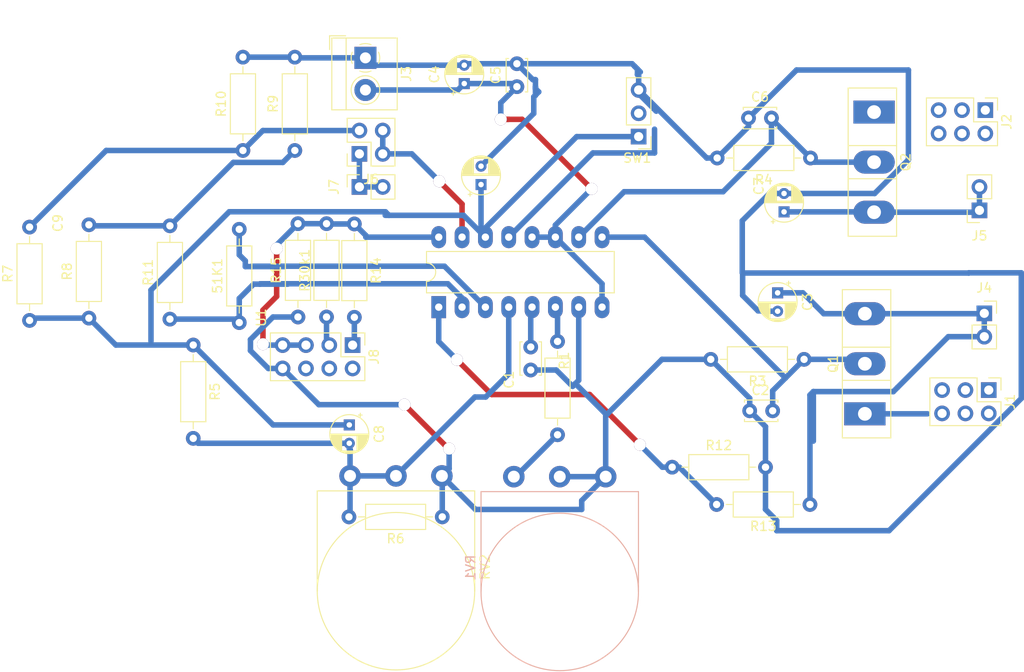
<source format=kicad_pcb>
(kicad_pcb (version 20240108) (generator "pcbnew") (generator_version "8.0")
  (layers (0 "F.Cu" signal) (31 "B.Cu" signal) (34 "B.Paste" user) (35 "F.Paste" user) (36 "B.SilkS" user "B.Silkscreen") (37 "F.SilkS" user "F.Silkscreen") (38 "B.Mask" user) (39 "F.Mask" user) (44 "Edge.Cuts" user))
  (net 0 "")
  (net 1 "1IN-")
  (net 2 "FB")
  (net 3 "CT")
  (net 4 "GNDREF")
  (net 5 "E1")
  (net 6 "OUTV1")
  (net 7 "VCC")
  (net 8 "E2")
  (net 9 "Net-(J5-Pin_1)")
  (net 10 "VREF")
  (net 11 "DTC")
  (net 12 "Net-(J6-Pin_1)")
  (net 13 "Net-(J6-Pin_3)")
  (net 14 "2IN-")
  (net 15 "Net-(J1-Pin_a1)")
  (net 16 "Net-(J2-Pin_a1)")
  (net 17 "Net-(R1-Pad2)")
  (net 18 "RT")
  (net 19 "Net-(R11-Pad2)")
  (net 20 "1IN+")
  (net 21 "Net-(J8-Pin_1)")
  (net 22 "2IN+")
  (net 23 "Net-(J8-Pin_3)")
  (net 24 "10VIN")
  (net 25 "xVIN")
  (net 26 "5VIN")
  (net 27 "CTRL")
  (footprint "Resistor_THT:R_Axial_DIN0207_L6.3mm_D2.5mm_P10.16mm_Horizontal" (layer "F.Cu") (at 89.52 70.98 90)
    (property "Reference" "R8" (at 5.08 -2.37 90) (layer "F.SilkS"))
    (property "Value" "5.1k")
    (pad "1" thru_hole circle (at 0 0 90) (size 1.6 1.6) (drill 0.8) (layers "*.Cu" "*.Mask") (net 10 "VREF"))
    (pad "2" thru_hole oval (at 10.16 0 90) (size 1.6 1.6) (drill 0.8) (layers "*.Cu" "*.Mask") (net 19 "Net-(R11-Pad2)"))
  )
  (footprint "Potentiometer_THT:Potentiometer_Omeg_PC16BU_Vertical" (layer "F.Cu") (at 117.95 88.16 -90)
    (property "Reference" "RV2" (at 9.915 -14.7 90) (layer "F.SilkS"))
    (property "Value" "100k")
    (pad "1" thru_hole circle (at 0 0 270) (size 2.34 2.34) (drill 1.3) (layers "*.Cu" "*.Mask") (net 11 "DTC"))
    (pad "2" thru_hole circle (at 0 -5 270) (size 2.34 2.34) (drill 1.3) (layers "*.Cu" "*.Mask") (net 11 "DTC"))
    (pad "3" thru_hole circle (at 0 -10 270) (size 2.34 2.34) (drill 1.3) (layers "*.Cu" "*.Mask") (net 4 "GNDREF"))
  )
  (footprint "Resistor_THT:R_Axial_DIN0207_L6.3mm_D2.5mm_P10.16mm_Horizontal" (layer "F.Cu") (at 106.29 52.73 90)
    (property "Reference" "R10" (at 5.08 -2.37 90) (layer "F.SilkS"))
    (property "Value" "1k")
    (pad "1" thru_hole circle (at 0 0 90) (size 1.6 1.6) (drill 0.8) (layers "*.Cu" "*.Mask") (net 13 "Net-(J6-Pin_3)"))
    (pad "2" thru_hole oval (at 10.16 0 90) (size 1.6 1.6) (drill 0.8) (layers "*.Cu" "*.Mask") (net 4 "GNDREF"))
  )
  (footprint "Resistor_THT:R_Axial_DIN0207_L6.3mm_D2.5mm_P10.16mm_Horizontal" (layer "F.Cu") (at 83.06 71.23 90)
    (property "Reference" "R7" (at 5.08 -2.37 90) (layer "F.SilkS"))
    (property "Value" "4k")
    (pad "1" thru_hole circle (at 0 0 90) (size 1.6 1.6) (drill 0.8) (layers "*.Cu" "*.Mask") (net 10 "VREF"))
    (pad "2" thru_hole oval (at 10.16 0 90) (size 1.6 1.6) (drill 0.8) (layers "*.Cu" "*.Mask") (net 13 "Net-(J6-Pin_3)"))
  )
  (footprint "Resistor_THT:R_Axial_DIN0207_L6.3mm_D2.5mm_P10.16mm_Horizontal" (layer "F.Cu") (at 167.38 75.47 180)
    (property "Reference" "R3" (at 5.08 -2.37 0) (layer "F.SilkS"))
    (property "Value" "68")
    (pad "1" thru_hole circle (at 0 0 180) (size 1.6 1.6) (drill 0.8) (layers "*.Cu" "*.Mask") (net 5 "E1"))
    (pad "2" thru_hole oval (at 10.16 0 180) (size 1.6 1.6) (drill 0.8) (layers "*.Cu" "*.Mask") (net 4 "GNDREF"))
  )
  (footprint "Resistor_THT:R_Axial_DIN0207_L6.3mm_D2.5mm_P10.16mm_Horizontal" (layer "F.Cu") (at 105.89 71.47 90)
    (property "Reference" "51K1" (at 5.08 -2.37 90) (layer "F.SilkS"))
    (property "Value" "510")
    (pad "1" thru_hole circle (at 0 0 90) (size 1.6 1.6) (drill 0.8) (layers "*.Cu" "*.Mask") (net 1 "1IN-"))
    (pad "2" thru_hole oval (at 10.16 0 90) (size 1.6 1.6) (drill 0.8) (layers "*.Cu" "*.Mask") (net 2 "FB"))
  )
  (footprint "Resistor_THT:R_Axial_DIN0207_L6.3mm_D2.5mm_P10.16mm_Horizontal" (layer "F.Cu") (at 118.42 60.73 -90)
    (property "Reference" "R14" (at 5.08 -2.37 90) (layer "F.SilkS"))
    (property "Value" "10k")
    (pad "1" thru_hole circle (at 0 0 270) (size 1.6 1.6) (drill 0.8) (layers "*.Cu" "*.Mask") (net 22 "2IN+"))
    (pad "2" thru_hole oval (at 10.16 0 270) (size 1.6 1.6) (drill 0.8) (layers "*.Cu" "*.Mask") (net 21 "Net-(J8-Pin_1)"))
  )
  (footprint "Capacitor_THT:CP_Radial_D4.0mm_P2.00mm" (layer "F.Cu") (at 117.87 82.607401 -90)
    (property "Reference" "C8" (at 1 -3.25 90) (layer "F.SilkS"))
    (property "Value" "100uF")
    (pad "1" thru_hole rect (at 0 0 270) (size 1.2 1.2) (drill 0.6) (layers "*.Cu" "*.Mask") (net 10 "VREF"))
    (pad "2" thru_hole circle (at 2 0 270) (size 1.2 1.2) (drill 0.6) (layers "*.Cu" "*.Mask") (net 11 "DTC"))
  )
  (footprint "Capacitor_THT:C_Disc_D3.4mm_W2.1mm_P2.50mm" (layer "F.Cu") (at 161.46 81.07)
    (property "Reference" "C2" (at 1.17 -2.23 180) (layer "F.SilkS"))
    (property "Value" "15pF")
    (pad "1" thru_hole circle (at 0 0) (size 1.6 1.6) (drill 0.8) (layers "*.Cu" "*.Mask") (net 4 "GNDREF"))
    (pad "2" thru_hole circle (at 2.5 0) (size 1.6 1.6) (drill 0.8) (layers "*.Cu" "*.Mask") (net 5 "E1"))
  )
  (footprint "Resistor_THT:R_Axial_DIN0207_L6.3mm_D2.5mm_P10.16mm_Horizontal" (layer "F.Cu") (at 127.99 92.62 180)
    (property "Reference" "R6" (at 5.08 -2.37 0) (layer "F.SilkS"))
    (property "Value" "1k")
    (pad "1" thru_hole circle (at 0 0 180) (size 1.6 1.6) (drill 0.8) (layers "*.Cu" "*.Mask") (net 4 "GNDREF"))
    (pad "2" thru_hole oval (at 10.16 0 180) (size 1.6 1.6) (drill 0.8) (layers "*.Cu" "*.Mask") (net 11 "DTC"))
  )
  (footprint "Capacitor_THT:CP_Radial_D4.0mm_P2.00mm" (layer "F.Cu") (at 130.385 45.4476 90)
    (property "Reference" "C4" (at 1 -3.25 90) (layer "F.SilkS"))
    (property "Value" "100uF")
    (pad "1" thru_hole rect (at 0 0 90) (size 1.2 1.2) (drill 0.6) (layers "*.Cu" "*.Mask") (net 7 "VCC"))
    (pad "2" thru_hole circle (at 2 0 90) (size 1.2 1.2) (drill 0.6) (layers "*.Cu" "*.Mask") (net 4 "GNDREF"))
  )
  (footprint "Capacitor_THT:CP_Radial_D4.0mm_P2.00mm" (layer "F.Cu") (at 164.5 68.23 -90)
    (property "Reference" "C3" (at 1 -3.25 90) (layer "F.SilkS"))
    (property "Value" "10uF")
    (pad "1" thru_hole rect (at 0 0 270) (size 1.2 1.2) (drill 0.6) (layers "*.Cu" "*.Mask") (net 6 "OUTV1"))
    (pad "2" thru_hole circle (at 2 0 270) (size 1.2 1.2) (drill 0.6) (layers "*.Cu" "*.Mask") (net 4 "GNDREF"))
  )
  (footprint "Capacitor_THT:C_Disc_D3.4mm_W2.1mm_P2.50mm" (layer "F.Cu") (at 136.115 45.785 90)
    (property "Reference" "C5" (at 1.25 -2.3 90) (layer "F.SilkS"))
    (property "Value" "10nF")
    (pad "1" thru_hole circle (at 0 0 90) (size 1.6 1.6) (drill 0.8) (layers "*.Cu" "*.Mask") (net 7 "VCC"))
    (pad "2" thru_hole circle (at 2.5 0 90) (size 1.6 1.6) (drill 0.8) (layers "*.Cu" "*.Mask") (net 4 "GNDREF"))
  )
  (footprint "Resistor_THT:R_Axial_DIN0207_L6.3mm_D2.5mm_P10.16mm_Horizontal" (layer "F.Cu") (at 168.08 53.55 180)
    (property "Reference" "R4" (at 5.08 -2.37 0) (layer "F.SilkS"))
    (property "Value" "68")
    (pad "1" thru_hole circle (at 0 0 180) (size 1.6 1.6) (drill 0.8) (layers "*.Cu" "*.Mask") (net 8 "E2"))
    (pad "2" thru_hole oval (at 10.16 0 180) (size 1.6 1.6) (drill 0.8) (layers "*.Cu" "*.Mask") (net 4 "GNDREF"))
  )
  (footprint "Connector_PinSocket_2.54mm:PinSocket_1x02_P2.54mm_Vertical" (layer "F.Cu") (at 118.97 56.7 90)
    (property "Reference" "J7" (at 0 -2.77 90) (layer "F.SilkS"))
    (property "Value" "Vout1")
    (pad "1" thru_hole rect (at 0 0 90) (size 1.7 1.7) (drill 1) (layers "*.Cu" "*.Mask") (net 12 "Net-(J6-Pin_1)"))
    (pad "2" thru_hole oval (at 0 2.54 90) (size 1.7 1.7) (drill 1) (layers "*.Cu" "*.Mask") (net 12 "Net-(J6-Pin_1)"))
  )
  (footprint "Connector_PinHeader_2.54mm:PinHeader_2x03_P2.54mm_Vertical" (layer "F.Cu") (at 187.485 78.815 -90)
    (property "Reference" "J1" (at 1.27 -2.33 90) (layer "F.SilkS"))
    (property "Value" "Jumper E1")
    (pad "1" thru_hole rect (at 0 0 270) (size 1.7 1.7) (drill 1) (layers "*.Cu" "*.Mask"))
    (pad "2" thru_hole oval (at 2.54 0 270) (size 1.7 1.7) (drill 1) (layers "*.Cu" "*.Mask"))
    (pad "3" thru_hole oval (at 0 2.54 270) (size 1.7 1.7) (drill 1) (layers "*.Cu" "*.Mask"))
    (pad "4" thru_hole oval (at 2.54 2.54 270) (size 1.7 1.7) (drill 1) (layers "*.Cu" "*.Mask"))
    (pad "5" thru_hole oval (at 0 5.08 270) (size 1.7 1.7) (drill 1) (layers "*.Cu" "*.Mask"))
    (pad "6" thru_hole oval (at 2.54 5.08 270) (size 1.7 1.7) (drill 1) (layers "*.Cu" "*.Mask"))
  )
  (footprint "Resistor_THT:R_Axial_DIN0207_L6.3mm_D2.5mm_P10.16mm_Horizontal" (layer "F.Cu") (at 98.34 71.09 90)
    (property "Reference" "R11" (at 5.08 -2.37 90) (layer "F.SilkS"))
    (property "Value" "510")
    (pad "1" thru_hole circle (at 0 0 90) (size 1.6 1.6) (drill 0.8) (layers "*.Cu" "*.Mask") (net 1 "1IN-"))
    (pad "2" thru_hole oval (at 10.16 0 90) (size 1.6 1.6) (drill 0.8) (layers "*.Cu" "*.Mask") (net 19 "Net-(R11-Pad2)"))
  )
  (footprint "Resistor_THT:R_Axial_DIN0207_L6.3mm_D2.5mm_P10.16mm_Horizontal" (layer "F.Cu") (at 100.88 73.91 -90)
    (property "Reference" "R5" (at 5.08 -2.37 90) (layer "F.SilkS"))
    (property "Value" "100k")
    (pad "1" thru_hole circle (at 0 0 270) (size 1.6 1.6) (drill 0.8) (layers "*.Cu" "*.Mask") (net 10 "VREF"))
    (pad "2" thru_hole oval (at 10.16 0 270) (size 1.6 1.6) (drill 0.8) (layers "*.Cu" "*.Mask") (net 11 "DTC"))
  )
  (footprint "Capacitor_THT:C_Disc_D3.4mm_W2.1mm_P2.50mm" (layer "F.Cu") (at 137.62 74.13 -90)
    (property "Reference" "C1" (at 3.56 2.36 90) (layer "F.SilkS"))
    (property "Value" "1uF")
    (pad "1" thru_hole circle (at 0 0 270) (size 1.6 1.6) (drill 0.8) (layers "*.Cu" "*.Mask") (net 3 "CT"))
    (pad "2" thru_hole circle (at 2.5 0 270) (size 1.6 1.6) (drill 0.8) (layers "*.Cu" "*.Mask") (net 4 "GNDREF"))
  )
  (footprint "Connector_PinSocket_2.54mm:PinSocket_1x02_P2.54mm_Vertical" (layer "F.Cu") (at 187 70.46)
    (property "Reference" "J4" (at 0 -2.77 0) (layer "F.SilkS"))
    (property "Value" "Vout1")
    (pad "1" thru_hole rect (at 0 0) (size 1.7 1.7) (drill 1) (layers "*.Cu" "*.Mask") (net 6 "OUTV1"))
    (pad "2" thru_hole oval (at 0 2.54) (size 1.7 1.7) (drill 1) (layers "*.Cu" "*.Mask") (net 6 "OUTV1"))
  )
  (footprint "Capacitor_THT:CP_Radial_D4.0mm_P2.00mm" (layer "F.Cu") (at 132.21 56.44 90)
    (property "Reference" "C9" (at -4.2 -46.065 90) (layer "F.SilkS"))
    (property "Value" "100uF")
    (pad "1" thru_hole rect (at 0 0 90) (size 1.2 1.2) (drill 0.6) (layers "*.Cu" "*.Mask") (net 10 "VREF"))
    (pad "2" thru_hole circle (at 2 0 90) (size 1.2 1.2) (drill 0.6) (layers "*.Cu" "*.Mask") (net 4 "GNDREF"))
  )
  (footprint "Capacitor_THT:CP_Radial_D4.0mm_P2.00mm" (layer "F.Cu") (at 165.2 59.4126 90)
    (property "Reference" "C7" (at 2.8 -2.74 90) (layer "F.SilkS"))
    (property "Value" "10uF")
    (pad "1" thru_hole rect (at 0 0 90) (size 1.2 1.2) (drill 0.6) (layers "*.Cu" "*.Mask") (net 9 "Net-(J5-Pin_1)"))
    (pad "2" thru_hole circle (at 2 0 90) (size 1.2 1.2) (drill 0.6) (layers "*.Cu" "*.Mask") (net 4 "GNDREF"))
  )
  (footprint "Connector_PinSocket_2.54mm:PinSocket_2x02_P2.54mm_Vertical" (layer "F.Cu") (at 118.97 53.1 180)
    (property "Reference" "J6" (at -1.27 -2.77 0) (layer "F.SilkS"))
    (property "Value" "Conn_02x02_Odd_Even")
    (pad "1" thru_hole rect (at 0 0 180) (size 1.7 1.7) (drill 1) (layers "*.Cu" "*.Mask") (net 12 "Net-(J6-Pin_1)"))
    (pad "2" thru_hole oval (at -2.54 0 180) (size 1.7 1.7) (drill 1) (layers "*.Cu" "*.Mask") (net 14 "2IN-"))
    (pad "3" thru_hole oval (at 0 2.54 180) (size 1.7 1.7) (drill 1) (layers "*.Cu" "*.Mask") (net 13 "Net-(J6-Pin_3)"))
    (pad "4" thru_hole oval (at -2.54 2.54 180) (size 1.7 1.7) (drill 1) (layers "*.Cu" "*.Mask") (net 14 "2IN-"))
  )
  (footprint "TerminalBlock_4Ucon:TerminalBlock_4Ucon_1x02_P3.50mm_Horizontal" (layer "F.Cu") (at 119.625 42.645 -90)
    (property "Reference" "J3" (at 1.75 -4.46 90) (layer "F.SilkS"))
    (property "Value" "+-")
    (pad "1" thru_hole rect (at 0 0 270) (size 2.4 2.4) (drill 1.2) (layers "*.Cu" "*.Mask") (net 4 "GNDREF"))
    (pad "2" thru_hole circle (at 3.5 0 270) (size 2.4 2.4) (drill 1.2) (layers "*.Cu" "*.Mask") (net 7 "VCC"))
  )
  (footprint "Connector_PinHeader_2.54mm:PinHeader_1x03_P2.54mm_Vertical" (layer "F.Cu") (at 149.37 51.22 180)
    (property "Reference" "SW1" (at 0.15 -2.33 0) (layer "F.SilkS"))
    (property "Value" "CTRL")
    (pad "1" thru_hole rect (at 0 0 180) (size 1.7 1.7) (drill 1) (layers "*.Cu" "*.Mask") (net 10 "VREF"))
    (pad "2" thru_hole oval (at 0 2.54 180) (size 1.7 1.7) (drill 1) (layers "*.Cu" "*.Mask") (net 27 "CTRL"))
    (pad "3" thru_hole oval (at 0 5.08 180) (size 1.7 1.7) (drill 1) (layers "*.Cu" "*.Mask") (net 4 "GNDREF"))
  )
  (footprint "Resistor_THT:R_Axial_DIN0207_L6.3mm_D2.5mm_P10.16mm_Horizontal" (layer "F.Cu") (at 115.39 70.86 90)
    (property "Reference" "R30k1" (at 5.08 -2.37 90) (layer "F.SilkS"))
    (property "Value" "4k")
    (pad "1" thru_hole circle (at 0 0 90) (size 1.6 1.6) (drill 0.8) (layers "*.Cu" "*.Mask") (net 23 "Net-(J8-Pin_3)"))
    (pad "2" thru_hole oval (at 10.16 0 90) (size 1.6 1.6) (drill 0.8) (layers "*.Cu" "*.Mask") (net 22 "2IN+"))
  )
  (footprint "Resistor_THT:R_Axial_DIN0207_L6.3mm_D2.5mm_P10.16mm_Horizontal" (layer "F.Cu") (at 168.02 91.27 180)
    (property "Reference" "R13" (at 5.08 -2.37 0) (layer "F.SilkS"))
    (property "Value" "50k")
    (pad "1" thru_hole circle (at 0 0 180) (size 1.6 1.6) (drill 0.8) (layers "*.Cu" "*.Mask") (net 6 "OUTV1"))
    (pad "2" thru_hole oval (at 10.16 0 180) (size 1.6 1.6) (drill 0.8) (layers "*.Cu" "*.Mask") (net 20 "1IN+"))
  )
  (footprint "Resistor_THT:R_Axial_DIN0207_L6.3mm_D2.5mm_P10.16mm_Horizontal" (layer "F.Cu") (at 140.54 73.52 -90)
    (property "Reference" "R1" (at 2.09 -0.73 90) (layer "F.SilkS"))
    (property "Value" "2k")
    (pad "1" thru_hole circle (at 0 0 270) (size 1.6 1.6) (drill 0.8) (layers "*.Cu" "*.Mask") (net 18 "RT"))
    (pad "2" thru_hole oval (at 10.16 0 270) (size 1.6 1.6) (drill 0.8) (layers "*.Cu" "*.Mask") (net 17 "Net-(R1-Pad2)"))
  )
  (footprint "Package_TO_SOT_THT:TO-247-3_Vertical" (layer "F.Cu") (at 174 81.4 90)
    (property "Reference" "Q1" (at 5.45 -3.45 90) (layer "F.SilkS"))
    (property "Value" "NMOS")
    (pad "1" thru_hole rect (at 0 0 90) (size 2.5 4.5) (drill 1.5) (layers "*.Cu" "*.Mask") (net 15 "Net-(J1-Pin_a1)"))
    (pad "2" thru_hole oval (at 5.45 0 90) (size 2.5 4.5) (drill 1.5) (layers "*.Cu" "*.Mask") (net 5 "E1"))
    (pad "3" thru_hole oval (at 10.9 0 90) (size 2.5 4.5) (drill 1.5) (layers "*.Cu" "*.Mask") (net 6 "OUTV1"))
  )
  (footprint "Connector_PinHeader_2.54mm:PinHeader_2x04_P2.54mm_Vertical" (layer "F.Cu") (at 118.23 73.92 -90)
    (property "Reference" "J8" (at 1.27 -2.33 90) (layer "F.SilkS"))
    (property "Value" "Conn_02x04_Odd_Even")
    (pad "1" thru_hole rect (at 0 0 270) (size 1.7 1.7) (drill 1) (layers "*.Cu" "*.Mask") (net 21 "Net-(J8-Pin_1)"))
    (pad "2" thru_hole oval (at 2.54 0 270) (size 1.7 1.7) (drill 1) (layers "*.Cu" "*.Mask") (net 26 "5VIN"))
    (pad "3" thru_hole oval (at 0 2.54 270) (size 1.7 1.7) (drill 1) (layers "*.Cu" "*.Mask") (net 23 "Net-(J8-Pin_3)"))
    (pad "4" thru_hole oval (at 2.54 2.54 270) (size 1.7 1.7) (drill 1) (layers "*.Cu" "*.Mask") (net 24 "10VIN"))
    (pad "5" thru_hole oval (at 0 5.08 270) (size 1.7 1.7) (drill 1) (layers "*.Cu" "*.Mask") (net 22 "2IN+"))
    (pad "6" thru_hole oval (at 2.54 5.08 270) (size 1.7 1.7) (drill 1) (layers "*.Cu" "*.Mask") (net 25 "xVIN"))
    (pad "7" thru_hole oval (at 0 7.62 270) (size 1.7 1.7) (drill 1) (layers "*.Cu" "*.Mask") (net 22 "2IN+"))
    (pad "8" thru_hole oval (at 2.54 7.62 270) (size 1.7 1.7) (drill 1) (layers "*.Cu" "*.Mask") (net 4 "GNDREF"))
  )
  (footprint "Package_TO_SOT_THT:TO-247-3_Vertical" (layer "F.Cu") (at 175 48.55 -90)
    (property "Reference" "Q2" (at 5.45 -3.45 90) (layer "F.SilkS"))
    (property "Value" "NMOS")
    (pad "1" thru_hole rect (at 0 0 270) (size 2.5 4.5) (drill 1.5) (layers "*.Cu" "*.Mask") (net 16 "Net-(J2-Pin_a1)"))
    (pad "2" thru_hole oval (at 5.45 0 270) (size 2.5 4.5) (drill 1.5) (layers "*.Cu" "*.Mask") (net 8 "E2"))
    (pad "3" thru_hole oval (at 10.9 0 270) (size 2.5 4.5) (drill 1.5) (layers "*.Cu" "*.Mask") (net 9 "Net-(J5-Pin_1)"))
  )
  (footprint "Package_DIP:DIP-16_W7.62mm_LongPads" (layer "F.Cu") (at 127.605 69.785 90)
    (property "Reference" "U1" (at -1.14 -19.32 90) (layer "F.SilkS"))
    (property "Value" "TL494")
    (pad "1" thru_hole rect (at 0 0 90) (size 2.4 1.6) (drill 0.8) (layers "*.Cu" "*.Mask") (net 20 "1IN+"))
    (pad "2" thru_hole oval (at 0 2.54 90) (size 2.4 1.6) (drill 0.8) (layers "*.Cu" "*.Mask") (net 1 "1IN-"))
    (pad "3" thru_hole oval (at 0 5.08 90) (size 2.4 1.6) (drill 0.8) (layers "*.Cu" "*.Mask") (net 2 "FB"))
    (pad "4" thru_hole oval (at 0 7.62 90) (size 2.4 1.6) (drill 0.8) (layers "*.Cu" "*.Mask") (net 11 "DTC"))
    (pad "5" thru_hole oval (at 0 10.16 90) (size 2.4 1.6) (drill 0.8) (layers "*.Cu" "*.Mask") (net 3 "CT"))
    (pad "6" thru_hole oval (at 0 12.7 90) (size 2.4 1.6) (drill 0.8) (layers "*.Cu" "*.Mask") (net 18 "RT"))
    (pad "7" thru_hole oval (at 0 15.24 90) (size 2.4 1.6) (drill 0.8) (layers "*.Cu" "*.Mask") (net 4 "GNDREF"))
    (pad "8" thru_hole oval (at 0 17.78 90) (size 2.4 1.6) (drill 0.8) (layers "*.Cu" "*.Mask") (net 7 "VCC"))
    (pad "9" thru_hole oval (at 7.62 17.78 90) (size 2.4 1.6) (drill 0.8) (layers "*.Cu" "*.Mask") (net 5 "E1"))
    (pad "10" thru_hole oval (at 7.62 15.24 90) (size 2.4 1.6) (drill 0.8) (layers "*.Cu" "*.Mask") (net 8 "E2"))
    (pad "11" thru_hole oval (at 7.62 12.7 90) (size 2.4 1.6) (drill 0.8) (layers "*.Cu" "*.Mask") (net 7 "VCC"))
    (pad "12" thru_hole oval (at 7.62 10.16 90) (size 2.4 1.6) (drill 0.8) (layers "*.Cu" "*.Mask") (net 7 "VCC"))
    (pad "13" thru_hole oval (at 7.62 7.62 90) (size 2.4 1.6) (drill 0.8) (layers "*.Cu" "*.Mask") (net 27 "CTRL"))
    (pad "14" thru_hole oval (at 7.62 5.08 90) (size 2.4 1.6) (drill 0.8) (layers "*.Cu" "*.Mask") (net 10 "VREF"))
    (pad "15" thru_hole oval (at 7.62 2.54 90) (size 2.4 1.6) (drill 0.8) (layers "*.Cu" "*.Mask") (net 14 "2IN-"))
    (pad "16" thru_hole oval (at 7.62 0 90) (size 2.4 1.6) (drill 0.8) (layers "*.Cu" "*.Mask") (net 22 "2IN+"))
  )
  (footprint "Resistor_THT:R_Axial_DIN0207_L6.3mm_D2.5mm_P10.16mm_Horizontal" (layer "F.Cu") (at 111.94 52.73 90)
    (property "Reference" "R9" (at 5.08 -2.37 90) (layer "F.SilkS"))
    (property "Value" "5.1k")
    (pad "1" thru_hole circle (at 0 0 90) (size 1.6 1.6) (drill 0.8) (layers "*.Cu" "*.Mask") (net 19 "Net-(R11-Pad2)"))
    (pad "2" thru_hole oval (at 10.16 0 90) (size 1.6 1.6) (drill 0.8) (layers "*.Cu" "*.Mask") (net 4 "GNDREF"))
  )
  (footprint "Resistor_THT:R_Axial_DIN0207_L6.3mm_D2.5mm_P10.16mm_Horizontal" (layer "F.Cu") (at 153.02 87.21)
    (property "Reference" "R12" (at 5.08 -2.37 0) (layer "F.SilkS"))
    (property "Value" "10k")
    (pad "1" thru_hole circle (at 0 0) (size 1.6 1.6) (drill 0.8) (layers "*.Cu" "*.Mask") (net 20 "1IN+"))
    (pad "2" thru_hole oval (at 10.16 0) (size 1.6 1.6) (drill 0.8) (layers "*.Cu" "*.Mask") (net 4 "GNDREF"))
  )
  (footprint "Connector_PinSocket_2.54mm:PinSocket_1x02_P2.54mm_Vertical" (layer "F.Cu") (at 186.475 59.25 180)
    (property "Reference" "J5" (at 0 -2.77 0) (layer "F.SilkS"))
    (property "Value" "Vout1")
    (pad "1" thru_hole rect (at 0 0 180) (size 1.7 1.7) (drill 1) (layers "*.Cu" "*.Mask") (net 9 "Net-(J5-Pin_1)"))
    (pad "2" thru_hole oval (at 0 2.54 180) (size 1.7 1.7) (drill 1) (layers "*.Cu" "*.Mask") (net 9 "Net-(J5-Pin_1)"))
  )
  (footprint "Resistor_THT:R_Axial_DIN0207_L6.3mm_D2.5mm_P10.16mm_Horizontal" (layer "F.Cu") (at 112.28 70.86 90)
    (property "Reference" "R15" (at 5.08 -2.37 90) (layer "F.SilkS"))
    (property "Value" "10k")
    (pad "1" thru_hole circle (at 0 0 90) (size 1.6 1.6) (drill 0.8) (layers "*.Cu" "*.Mask") (net 4 "GNDREF"))
    (pad "2" thru_hole oval (at 10.16 0 90) (size 1.6 1.6) (drill 0.8) (layers "*.Cu" "*.Mask") (net 22 "2IN+"))
  )
  (footprint "Connector_PinHeader_2.54mm:PinHeader_2x03_P2.54mm_Vertical" (layer "F.Cu") (at 187.11 48.34 -90)
    (property "Reference" "J2" (at 1.27 -2.33 90) (layer "F.SilkS"))
    (property "Value" "Jumper E1")
    (pad "1" thru_hole rect (at 0 0 270) (size 1.7 1.7) (drill 1) (layers "*.Cu" "*.Mask"))
    (pad "2" thru_hole oval (at 2.54 0 270) (size 1.7 1.7) (drill 1) (layers "*.Cu" "*.Mask"))
    (pad "3" thru_hole oval (at 0 2.54 270) (size 1.7 1.7) (drill 1) (layers "*.Cu" "*.Mask"))
    (pad "4" thru_hole oval (at 2.54 2.54 270) (size 1.7 1.7) (drill 1) (layers "*.Cu" "*.Mask"))
    (pad "5" thru_hole oval (at 0 5.08 270) (size 1.7 1.7) (drill 1) (layers "*.Cu" "*.Mask"))
    (pad "6" thru_hole oval (at 2.54 5.08 270) (size 1.7 1.7) (drill 1) (layers "*.Cu" "*.Mask"))
  )
  (footprint "Capacitor_THT:C_Disc_D3.4mm_W2.1mm_P2.50mm" (layer "F.Cu") (at 161.33 49.2)
    (property "Reference" "C6" (at 1.25 -2.3 0) (layer "F.SilkS"))
    (property "Value" "15pF")
    (pad "1" thru_hole circle (at 0 0) (size 1.6 1.6) (drill 0.8) (layers "*.Cu" "*.Mask") (net 4 "GNDREF"))
    (pad "2" thru_hole circle (at 2.5 0) (size 1.6 1.6) (drill 0.8) (layers "*.Cu" "*.Mask") (net 8 "E2"))
  )
  (footprint "Potentiometer_THT:Potentiometer_Omeg_PC16BU_Vertical" (layer "B.Cu") (at 145.78 88.24 -90)
    (property "Reference" "RV1" (at 9.915 14.7 90) (layer "B.SilkS") (effects (justify mirror)))
    (property "Value" "20k")
    (pad "1" thru_hole circle (at 0 0 270) (size 2.34 2.34) (drill 1.3) (layers "*.Cu" "*.Mask") (net 4 "GNDREF"))
    (pad "2" thru_hole circle (at 0 5 270) (size 2.34 2.34) (drill 1.3) (layers "*.Cu" "*.Mask") (net 4 "GNDREF"))
    (pad "3" thru_hole circle (at 0 10 270) (size 2.34 2.34) (drill 1.3) (layers "*.Cu" "*.Mask") (net 17 "Net-(R1-Pad2)"))
  )
  (segment (start 105.89 68.84) (end 105.89 71.47) (width 0.6) (layer "B.Cu") (net 1))
  (segment (start 107.45 67.28) (end 105.89 68.84) (width 0.6) (layer "B.Cu") (net 1))
  (segment (start 130.145 69.785) (end 130.145 68.785) (width 0.6) (layer "B.Cu") (net 1))
  (segment (start 130.145 68.785) (end 128.6 67.24) (width 0.6) (layer "B.Cu") (net 1))
  (segment (start 108.18 67.24) (end 108.14 67.28) (width 0.6) (layer "B.Cu") (net 1))
  (segment (start 111.19 67.28) (end 108.14 67.28) (width 0.6) (layer "B.Cu") (net 1))
  (segment (start 98.34 71.09) (end 105.51 71.09) (width 0.6) (layer "B.Cu") (net 1))
  (segment (start 105.51 71.09) (end 105.89 71.47) (width 0.6) (layer "B.Cu") (net 1))
  (segment (start 108.14 67.28) (end 107.45 67.28) (width 0.6) (layer "B.Cu") (net 1))
  (segment (start 105.85 71.51) (end 105.89 71.47) (width 0.6) (layer "B.Cu") (net 1))
  (segment (start 128.6 67.24) (end 108.18 67.24) (width 0.6) (layer "B.Cu") (net 1))
  (segment (start 132.685 69.785) (end 128.23 65.33) (width 0.6) (layer "B.Cu") (net 2))
  (segment (start 107.24 65.37) (end 106.55 65.37) (width 0.6) (layer "B.Cu") (net 2))
  (segment (start 128.23 65.33) (end 107.28 65.33) (width 0.6) (layer "B.Cu") (net 2))
  (segment (start 107.28 65.33) (end 107.24 65.37) (width 0.6) (layer "B.Cu") (net 2))
  (segment (start 106.55 64.75) (end 105.89 64.09) (width 0.6) (layer "B.Cu") (net 2))
  (segment (start 105.89 64.09) (end 105.89 61.31) (width 0.6) (layer "B.Cu") (net 2))
  (segment (start 110.82 65.37) (end 107.24 65.37) (width 0.6) (layer "B.Cu") (net 2))
  (segment (start 106.55 65.37) (end 106.55 64.75) (width 0.6) (layer "B.Cu") (net 2))
  (segment (start 137.62 69.93) (end 137.765 69.785) (width 0.6) (layer "B.Cu") (net 3))
  (segment (start 137.62 74.13) (end 137.62 69.93) (width 0.6) (layer "B.Cu") (net 3))
  (segment (start 128.74 85.19) (end 128.74 85.5) (width 0.6) (layer "F.Cu") (net 4))
  (segment (start 128.66 85.19) (end 128.74 85.19) (width 0.6) (layer "F.Cu") (net 4))
  (segment (start 123.87 80.4) (end 128.66 85.19) (width 0.6) (layer "F.Cu") (net 4))
  (via (at 128.74 85.19) (size 1.3) (drill 1.5) (layers "F.Cu" "B.Cu") (net 4))
  (via (at 123.87 80.4) (size 1.3) (drill 1.5) (layers "F.Cu" "B.Cu") (net 4))
  (segment (start 164.4 94.12) (end 164.4 93.02) (width 0.6) (layer "B.Cu") (net 4))
  (segment (start 109.561522 70.86) (end 107.11 73.311522) (width 0.6) (layer "B.Cu") (net 4))
  (segment (start 178.74 53.734874) (end 178.74 43.97) (width 0.6) (layer "B.Cu") (net 4))
  (segment (start 161.33 49.2) (end 161.33 50.14) (width 0.6) (layer "B.Cu") (net 4))
  (segment (start 112.015 42.645) (end 111.94 42.57) (width 0.6) (layer "B.Cu") (net 4))
  (segment (start 149.24 44.47) (end 149.24 43.87) (width 0.6) (layer "B.Cu") (net 4))
  (segment (start 119.625 42.645) (end 112.015 42.645) (width 0.6) (layer "B.Cu") (net 4))
  (segment (start 138.135 45.015) (end 137.845 45.015) (width 0.6) (layer "B.Cu") (net 4))
  (segment (start 128.74 85.19) (end 128.74 87.37) (width 0.6) (layer "B.Cu") (net 4))
  (segment (start 160.69 66.07) (end 185.31 66.07) (width 0.6) (layer "B.Cu") (net 4))
  (segment (start 107.11 74.52) (end 109.05 76.46) (width 0.6) (layer "B.Cu") (net 4))
  (segment (start 127.99 88.2) (end 127.95 88.16) (width 0.6) (layer "B.Cu") (net 4))
  (segment (start 128.74 87.37) (end 127.95 88.16) (width 0.6) (layer "B.Cu") (net 4))
  (segment (start 110.61 76.46) (end 114.55 80.4) (width 0.6) (layer "B.Cu") (net 4))
  (segment (start 127.95 88.16) (end 131.6 91.81) (width 0.6) (layer "B.Cu") (net 4))
  (segment (start 142.18 78.41) (end 142.48 78.11) (width 0.6) (layer "B.Cu") (net 4))
  (segment (start 157.92 53.55) (end 156.78 53.55) (width 0.6) (layer "B.Cu") (net 4))
  (segment (start 109.05 76.46) (end 110.61 76.46) (width 0.6) (layer "B.Cu") (net 4))
  (segment (start 140.4 76.63) (end 142.18 78.41) (width 0.6) (layer "B.Cu") (net 4))
  (segment (start 163.18 87.21) (end 163.18 82.79) (width 0.6) (layer "B.Cu") (net 4))
  (segment (start 137.95 48.7) (end 137.95 46.89) (width 0.6) (layer "B.Cu") (net 4))
  (segment (start 130.5476 43.285) (end 130.385 43.4476) (width 0.6) (layer "B.Cu") (net 4))
  (segment (start 148.925 43.555) (end 149.555 44.185) (width 0.6) (layer "B.Cu") (net 4))
  (segment (start 107.11 73.311522) (end 107.11 74.52) (width 0.6) (layer "B.Cu") (net 4))
  (segment (start 106.29 42.57) (end 111.94 42.57) (width 0.6) (layer "B.Cu") (net 4))
  (segment (start 151.91 75.47) (end 157.22 75.47) (width 0.6) (layer "B.Cu") (net 4))
  (segment (start 136.115 43.285) (end 130.5476 43.285) (width 0.6) (layer "B.Cu") (net 4))
  (segment (start 178.74 43.97) (end 166.56 43.97) (width 0.6) (layer "B.Cu") (net 4))
  (segment (start 143.17 90.85) (end 145.78 88.24) (width 0.6) (layer "B.Cu") (net 4))
  (segment (start 142.48 78.11) (end 142.845 77.745) (width 0.6) (layer "B.Cu") (net 4))
  (segment (start 130.385 43.4476) (end 120.4276 43.4476) (width 0.6) (layer "B.Cu") (net 4))
  (segment (start 142.845 77.745) (end 142.845 69.785) (width 0.6) (layer "B.Cu") (net 4))
  (segment (start 132.21 54.44) (end 137.95 48.7) (width 0.6) (layer "B.Cu") (net 4))
  (segment (start 176.629189 94.12) (end 164.4 94.12) (width 0.6) (layer "B.Cu") (net 4))
  (segment (start 112.28 70.86) (end 109.561522 70.86) (width 0.6) (layer "B.Cu") (net 4))
  (segment (start 162.37 70.19) (end 162.81 70.19) (width 0.6) (layer "B.Cu") (net 4))
  (segment (start 145.78 81.41) (end 145.78 88.24) (width 0.6) (layer "B.Cu") (net 4))
  (segment (start 145.97 81.41) (end 151.91 75.47) (width 0.6) (layer "B.Cu") (net 4))
  (segment (start 161.46 81.07) (end 161.46 79.71) (width 0.6) (layer "B.Cu") (net 4))
  (segment (start 114.55 80.4) (end 123.87 80.4) (width 0.6) (layer "B.Cu") (net 4))
  (segment (start 136.115 43.285) (end 148.655 43.285) (width 0.6) (layer "B.Cu") (net 4))
  (segment (start 131.6 91.81) (end 143.17 91.81) (width 0.6) (layer "B.Cu") (net 4))
  (segment (start 191.03 66.05) (end 191.03 79.719189) (width 0.6) (layer "B.Cu") (net 4))
  (segment (start 165.2 57.4126) (end 175.062274 57.4126) (width 0.6) (layer "B.Cu") (net 4))
  (segment (start 145.78 81.41) (end 145.97 81.41) (width 0.6) (layer "B.Cu") (net 4))
  (segment (start 145.78 88.24) (end 140.78 88.24) (width 0.6) (layer "B.Cu") (net 4))
  (segment (start 161.46 79.71) (end 157.22 75.47) (width 0.6) (layer "B.Cu") (net 4))
  (segment (start 137.845 45.015) (end 136.115 43.285) (width 0.6) (layer "B.Cu") (net 4))
  (segment (start 142.48 78.11) (end 145.78 81.41) (width 0.6) (layer "B.Cu") (net 4))
  (segment (start 160.69 68.51) (end 162.37 70.19) (width 0.6) (layer "B.Cu") (net 4))
  (segment (start 175.062274 57.4126) (end 178.74 53.734874) (width 0.6) (layer "B.Cu") (net 4))
  (segment (start 149.37 44.6) (end 149.24 44.47) (width 0.6) (layer "B.Cu") (net 4))
  (segment (start 160.69 66.07) (end 160.69 68.51) (width 0.6) (layer "B.Cu") (net 4))
  (segment (start 138.135 45.79) (end 138.135 45.015) (width 0.6) (layer "B.Cu") (net 4))
  (segment (start 137.95 46.89) (end 138.49 46.35) (width 0.6) (layer "B.Cu") (net 4))
  (segment (start 166.56 43.97) (end 161.33 49.2) (width 0.6) (layer "B.Cu") (net 4))
  (segment (start 149.555 46.725) (end 151.285 48.455) (width 0.6) (layer "B.Cu") (net 4))
  (segment (start 149.24 43.87) (end 148.925 43.555) (width 0.6) (layer "B.Cu") (net 4))
  (segment (start 161.33 50.14) (end 157.92 53.55) (width 0.6) (layer "B.Cu") (net 4))
  (segment (start 137.62 76.63) (end 140.4 76.63) (width 0.6) (layer "B.Cu") (net 4))
  (segment (start 162.85 70.23) (end 164.5 70.23) (width 0.6) (layer "B.Cu") (net 4))
  (segment (start 148.655 43.285) (end 148.925 43.555) (width 0.6) (layer "B.Cu") (net 4))
  (segment (start 163.18 82.79) (end 161.46 81.07) (width 0.6) (layer "B.Cu") (net 4))
  (segment (start 185.33 66.05) (end 191.03 66.05) (width 0.6) (layer "B.Cu") (net 4))
  (segment (start 143.17 91.81) (end 143.17 90.85) (width 0.6) (layer "B.Cu") (net 4))
  (segment (start 138.49 46.35) (end 138.135 45.995) (width 0.6) (layer "B.Cu") (net 4))
  (segment (start 191.03 79.719189) (end 176.629189 94.12) (width 0.6) (layer "B.Cu") (net 4))
  (segment (start 138.135 45.995) (end 138.135 45.79) (width 0.6) (layer "B.Cu") (net 4))
  (segment (start 149.37 46.14) (end 149.37 44.6) (width 0.6) (layer "B.Cu") (net 4))
  (segment (start 163.6174 57.4126) (end 160.65 60.38) (width 0.6) (layer "B.Cu") (net 4))
  (segment (start 185.31 66.07) (end 185.33 66.05) (width 0.6) (layer "B.Cu") (net 4))
  (segment (start 138.135 46.745) (end 138.135 45.79) (width 0.6) (layer "B.Cu") (net 4))
  (segment (start 160.65 66.03) (end 160.69 66.07) (width 0.6) (layer "B.Cu") (net 4))
  (segment (start 156.78 53.55) (end 149.37 46.14) (width 0.6) (layer "B.Cu") (net 4))
  (segment (start 165.2 57.4126) (end 163.6174 57.4126) (width 0.6) (layer "B.Cu") (net 4))
  (segment (start 162.81 70.19) (end 162.85 70.23) (width 0.6) (layer "B.Cu") (net 4))
  (segment (start 164.4 93.02) (end 163.18 91.8) (width 0.6) (layer "B.Cu") (net 4))
  (segment (start 127.99 92.62) (end 127.99 88.2) (width 0.6) (layer "B.Cu") (net 4))
  (segment (start 163.18 91.8) (end 163.18 87.21) (width 0.6) (layer "B.Cu") (net 4))
  (segment (start 160.65 60.38) (end 160.65 66.03) (width 0.6) (layer "B.Cu") (net 4))
  (segment (start 163.96 78.89) (end 165.35 77.5) (width 0.6) (layer "B.Cu") (net 5))
  (segment (start 165.35 77.5) (end 167.38 75.47) (width 0.6) (layer "B.Cu") (net 5))
  (segment (start 173.52 75.47) (end 174 75.95) (width 0.6) (layer "B.Cu") (net 5))
  (segment (start 163.96 81.07) (end 163.96 78.89) (width 0.6) (layer "B.Cu") (net 5))
  (segment (start 145.385 62.165) (end 150.015 62.165) (width 0.6) (layer "B.Cu") (net 5))
  (segment (start 150.015 62.165) (end 165.35 77.5) (width 0.6) (layer "B.Cu") (net 5))
  (segment (start 167.38 75.47) (end 173.52 75.47) (width 0.6) (layer "B.Cu") (net 5))
  (segment (start 168.39 78.98) (end 168.39 84.37) (width 0.6) (layer "B.Cu") (net 6))
  (segment (start 169.52 70.5) (end 167.25 68.23) (width 0.6) (layer "B.Cu") (net 6))
  (segment (start 168.02 91.27) (end 168.02 79.35) (width 0.6) (layer "B.Cu") (net 6))
  (segment (start 187 73) (end 183.08 73) (width 0.6) (layer "B.Cu") (net 6))
  (segment (start 183.08 73) (end 177.55 78.53) (width 0.6) (layer "B.Cu") (net 6))
  (segment (start 167.25 68.23) (end 164.5 68.23) (width 0.6) (layer "B.Cu") (net 6))
  (segment (start 174 70.5) (end 169.52 70.5) (width 0.6) (layer "B.Cu") (net 6))
  (segment (start 168.02 79.35) (end 168.39 78.98) (width 0.6) (layer "B.Cu") (net 6))
  (segment (start 177.1 78.98) (end 168.39 78.98) (width 0.6) (layer "B.Cu") (net 6))
  (segment (start 187 73) (end 187 70.46) (width 0.6) (layer "B.Cu") (net 6))
  (segment (start 177.55 78.53) (end 177.1 78.98) (width 0.6) (layer "B.Cu") (net 6))
  (segment (start 186.96 70.5) (end 187 70.46) (width 0.6) (layer "B.Cu") (net 6))
  (segment (start 174 70.5) (end 186.96 70.5) (width 0.6) (layer "B.Cu") (net 6))
  (segment (start 136.68 49.34) (end 134.36 49.34) (width 0.6) (layer "F.Cu") (net 7))
  (segment (start 134.36 49.34) (end 135.21 49.34) (width 0.6) (layer "F.Cu") (net 7))
  (segment (start 144.25 56.91) (end 136.68 49.34) (width 0.6) (layer "F.Cu") (net 7))
  (via (at 134.36 49.34) (size 1.3) (drill 1.5) (layers "F.Cu" "B.Cu") (net 7))
  (via (at 144.25 56.91) (size 1.3) (drill 1.5) (layers "F.Cu" "B.Cu") (net 7))
  (segment (start 129.6876 46.145) (end 130.385 45.4476) (width 0.6) (layer "B.Cu") (net 7))
  (segment (start 130.385 45.4476) (end 135.7776 45.4476) (width 0.6) (layer "B.Cu") (net 7))
  (segment (start 119.625 46.145) (end 129.6876 46.145) (width 0.6) (layer "B.Cu") (net 7))
  (segment (start 134.36 47.54) (end 136.115 45.785) (width 0.6) (layer "B.Cu") (net 7))
  (segment (start 140.305 62.165) (end 137.765 62.165) (width 0.6) (layer "B.Cu") (net 7))
  (segment (start 140.305 62.165) (end 140.305 60.855) (width 0.6) (layer "B.Cu") (net 7))
  (segment (start 134.36 49.34) (end 134.36 47.54) (width 0.6) (layer "B.Cu") (net 7))
  (segment (start 145.385 69.785) (end 145.385 67.245) (width 0.6) (layer "B.Cu") (net 7))
  (segment (start 135.7776 45.4476) (end 136.115 45.785) (width 0.6) (layer "B.Cu") (net 7))
  (segment (start 140.305 60.855) (end 144.25 56.91) (width 0.6) (layer "B.Cu") (net 7))
  (segment (start 145.385 67.245) (end 140.305 62.165) (width 0.6) (layer "B.Cu") (net 7))
  (segment (start 147.79 57.22) (end 158.56 57.22) (width 0.6) (layer "B.Cu") (net 8))
  (segment (start 163.83 49.3) (end 163.83 49.2) (width 0.6) (layer "B.Cu") (net 8))
  (segment (start 142.845 62.165) (end 147.79 57.22) (width 0.6) (layer "B.Cu") (net 8))
  (segment (start 175 54) (end 168.53 54) (width 0.6) (layer "B.Cu") (net 8))
  (segment (start 168.53 54) (end 168.08 53.55) (width 0.6) (layer "B.Cu") (net 8))
  (segment (start 163.83 51.95) (end 163.83 49.2) (width 0.6) (layer "B.Cu") (net 8))
  (segment (start 168.08 53.55) (end 163.83 49.3) (width 0.6) (layer "B.Cu") (net 8))
  (segment (start 158.56 57.22) (end 163.83 51.95) (width 0.6) (layer "B.Cu") (net 8))
  (segment (start 174.9626 59.4126) (end 175 59.45) (width 0.6) (layer "B.Cu") (net 9))
  (segment (start 175 59.45) (end 176.58 59.45) (width 0.2) (layer "B.Cu") (net 9))
  (segment (start 165.2 59.4126) (end 174.9626 59.4126) (width 0.6) (layer "B.Cu") (net 9))
  (segment (start 186.275 59.45) (end 186.475 59.25) (width 0.6) (layer "B.Cu") (net 9))
  (segment (start 186.475 59.25) (end 186.475 56.71) (width 0.6) (layer "B.Cu") (net 9))
  (segment (start 175 59.45) (end 186.275 59.45) (width 0.6) (layer "B.Cu") (net 9))
  (segment (start 142.63 51.22) (end 149.37 51.22) (width 0.6) (layer "B.Cu") (net 10))
  (segment (start 117.87 82.607401) (end 109.577401 82.607401) (width 0.6) (layer "B.Cu") (net 10))
  (segment (start 96.28 67.92) (end 104.8 59.4) (width 0.6) (layer "B.Cu") (net 10))
  (segment (start 133.17 61.68) (end 132.685 62.165) (width 0.6) (layer "B.Cu") (net 10))
  (segment (start 121.8 59.4) (end 122.19 59.79) (width 0.6) (layer "B.Cu") (net 10))
  (segment (start 92.45 73.91) (end 89.52 70.98) (width 0.6) (layer "B.Cu") (net 10))
  (segment (start 130.31 59.79) (end 122.19 59.79) (width 0.6) (layer "B.Cu") (net 10))
  (segment (start 109.577401 82.607401) (end 100.88 73.91) (width 0.6) (layer "B.Cu") (net 10))
  (segment (start 132.685 62.165) (end 130.31 59.79) (width 0.6) (layer "B.Cu") (net 10))
  (segment (start 132.21 56.44) (end 132.21 61.69) (width 0.6) (layer "B.Cu") (net 10))
  (segment (start 122.19 59.79) (end 121.78 59.79) (width 0.6) (layer "B.Cu") (net 10))
  (segment (start 104.8 59.4) (end 121.8 59.4) (width 0.6) (layer "B.Cu") (net 10))
  (segment (start 132.21 61.69) (end 132.685 62.165) (width 0.6) (layer "B.Cu") (net 10))
  (segment (start 89.52 70.98) (end 83.31 70.98) (width 0.6) (layer "B.Cu") (net 10))
  (segment (start 132.685 61.165) (end 142.63 51.22) (width 0.6) (layer "B.Cu") (net 10))
  (segment (start 96.28 73.5) (end 96.28 67.92) (width 0.6) (layer "B.Cu") (net 10))
  (segment (start 100.88 73.91) (end 92.45 73.91) (width 0.6) (layer "B.Cu") (net 10))
  (segment (start 83.31 70.98) (end 83.06 71.23) (width 0.6) (layer "B.Cu") (net 10))
  (segment (start 132.685 62.165) (end 132.685 61.165) (width 0.6) (layer "B.Cu") (net 10))
  (segment (start 122.95 88.16) (end 117.95 88.16) (width 0.6) (layer "B.Cu") (net 11))
  (segment (start 117.87 84.607401) (end 101.417401 84.607401) (width 0.6) (layer "B.Cu") (net 11))
  (segment (start 117.95 85.35) (end 117.98 85.32) (width 0.6) (layer "B.Cu") (net 11))
  (segment (start 122.95 88.16) (end 131.54 79.57) (width 0.6) (layer "B.Cu") (net 11))
  (segment (start 131.54 79.57) (end 132.72 79.57) (width 0.6) (layer "B.Cu") (net 11))
  (segment (start 117.87 85.21) (end 117.87 84.607401) (width 0.6) (layer "B.Cu") (net 11))
  (segment (start 117.95 92.5) (end 117.83 92.62) (width 0.6) (layer "B.Cu") (net 11))
  (segment (start 132.72 79.57) (end 135.225 77.065) (width 0.6) (layer "B.Cu") (net 11))
  (segment (start 117.98 85.32) (end 117.87 85.21) (width 0.6) (layer "B.Cu") (net 11))
  (segment (start 101.417401 84.607401) (end 100.88 84.07) (width 0.6) (layer "B.Cu") (net 11))
  (segment (start 117.95 88.16) (end 117.95 85.35) (width 0.6) (layer "B.Cu") (net 11))
  (segment (start 135.225 77.065) (end 135.225 69.785) (width 0.6) (layer "B.Cu") (net 11))
  (segment (start 117.95 88.16) (end 117.95 92.5) (width 0.6) (layer "B.Cu") (net 11))
  (segment (start 118.97 56.7) (end 121.51 56.7) (width 0.6) (layer "B.Cu") (net 12))
  (segment (start 118.97 53.1) (end 118.97 56.7) (width 0.6) (layer "B.Cu") (net 12))
  (segment (start 91.4 52.73) (end 83.06 61.07) (width 0.6) (layer "B.Cu") (net 13))
  (segment (start 106.29 52.73) (end 91.4 52.73) (width 0.6) (layer "B.Cu") (net 13))
  (segment (start 106.29 52.73) (end 108.46 50.56) (width 0.6) (layer "B.Cu") (net 13))
  (segment (start 108.46 50.56) (end 118.97 50.56) (width 0.6) (layer "B.Cu") (net 13))
  (segment (start 130.145 58.565) (end 127.66 56.08) (width 0.6) (layer "F.Cu") (net 14))
  (segment (start 130.145 62.165) (end 130.145 58.565) (width 0.6) (layer "F.Cu") (net 14))
  (via (at 127.66 56.08) (size 1.3) (drill 1.5) (layers "F.Cu" "B.Cu") (net 14))
  (segment (start 121.51 53.1) (end 124.68 53.1) (width 0.6) (layer "B.Cu") (net 14))
  (segment (start 121.51 50.56) (end 121.51 53.1) (width 0.6) (layer "B.Cu") (net 14))
  (segment (start 124.68 53.1) (end 127.66 56.08) (width 0.6) (layer "B.Cu") (net 14))
  (segment (start 174 81.4) (end 180.82 81.4) (width 0.6) (layer "B.Cu") (net 15))
  (segment (start 140.54 83.68) (end 135.98 88.24) (width 0.6) (layer "B.Cu") (net 17))
  (segment (start 135.98 88.24) (end 135.78 88.24) (width 0.6) (layer "B.Cu") (net 17))
  (segment (start 140.54 73.52) (end 140.54 70.02) (width 0.6) (layer "B.Cu") (net 18))
  (segment (start 140.54 70.02) (end 140.305 69.785) (width 0.6) (layer "B.Cu") (net 18))
  (segment (start 111.94 52.73) (end 110.64 54.03) (width 0.6) (layer "B.Cu") (net 19))
  (segment (start 110.64 54.03) (end 105.24 54.03) (width 0.6) (layer "B.Cu") (net 19))
  (segment (start 105.24 54.03) (end 98.34 60.93) (width 0.6) (layer "B.Cu") (net 19))
  (segment (start 89.63 60.93) (end 89.52 60.82) (width 0.6) (layer "B.Cu") (net 19))
  (segment (start 98.34 60.93) (end 89.63 60.93) (width 0.6) (layer "B.Cu") (net 19))
  (segment (start 149.51 84.77) (end 144.04 79.3) (width 0.6) (layer "F.Cu") (net 20))
  (segment (start 133.37 79.3) (end 129.59 75.52) (width 0.6) (layer "F.Cu") (net 20))
  (segment (start 144.04 79.3) (end 133.37 79.3) (width 0.6) (layer "F.Cu") (net 20))
  (via (at 149.51 84.77) (size 1.3) (drill 1.5) (layers "F.Cu" "B.Cu") (net 20))
  (via (at 129.59 75.52) (size 1.3) (drill 1.5) (layers "F.Cu" "B.Cu") (net 20))
  (segment (start 157.86 91.27) (end 153.8 87.21) (width 0.6) (layer "B.Cu") (net 20))
  (segment (start 127.605 73.535) (end 127.605 69.785) (width 0.6) (layer "B.Cu") (net 20))
  (segment (start 151.95 87.21) (end 149.51 84.77) (width 0.6) (layer "B.Cu") (net 20))
  (segment (start 153.02 87.21) (end 151.95 87.21) (width 0.6) (layer "B.Cu") (net 20))
  (segment (start 129.59 75.52) (end 127.605 73.535) (width 0.6) (layer "B.Cu") (net 20))
  (segment (start 153.8 87.21) (end 153.02 87.21) (width 0.6) (layer "B.Cu") (net 20))
  (segment (start 118.42 73.73) (end 118.23 73.92) (width 0.6) (layer "B.Cu") (net 21))
  (segment (start 118.42 70.89) (end 118.42 73.73) (width 0.6) (layer "B.Cu") (net 21))
  (segment (start 108.47 70.11) (end 109.96 68.62) (width 0.6) (layer "F.Cu") (net 22))
  (segment (start 108.47 73.82) (end 108.47 70.11) (width 0.6) (layer "F.Cu") (net 22))
  (segment (start 109.96 68.62) (end 109.96 63.41) (width 0.6) (layer "F.Cu") (net 22))
  (via (at 109.96 63.41) (size 1.3) (drill 1.5) (layers "F.Cu" "B.Cu") (net 22))
  (via (at 108.47 73.82) (size 1.3) (drill 1.5) (layers "F.Cu" "B.Cu") (net 22))
  (segment (start 109.96 63.41) (end 109.96 63.02) (width 0.6) (layer "B.Cu") (net 22))
  (segment (start 110.61 73.92) (end 113.15 73.92) (width 0.6) (layer "B.Cu") (net 22))
  (segment (start 127.605 62.165) (end 119.675 62.165) (width 0.6) (layer "B.Cu") (net 22))
  (segment (start 115.42 60.73) (end 115.39 60.7) (width 0.6) (layer "B.Cu") (net 22))
  (segment (start 119.675 61.985) (end 119.675 62.165) (width 0.6) (layer "B.Cu") (net 22))
  (segment (start 108.57 73.92) (end 108.47 73.82) (width 0.6) (layer "B.Cu") (net 22))
  (segment (start 115.39 60.7) (end 112.28 60.7) (width 0.6) (layer "B.Cu") (net 22))
  (segment (start 109.96 63.02) (end 112.28 60.7) (width 0.6) (layer "B.Cu") (net 22))
  (segment (start 118.42 60.73) (end 115.42 60.73) (width 0.6) (layer "B.Cu") (net 22))
  (segment (start 110.61 73.92) (end 108.57 73.92) (width 0.6) (layer "B.Cu") (net 22))
  (segment (start 118.42 60.73) (end 119.675 61.985) (width 0.6) (layer "B.Cu") (net 22))
  (segment (start 115.39 73.62) (end 115.69 73.92) (width 0.6) (layer "B.Cu") (net 23))
  (segment (start 115.39 70.86) (end 115.39 73.62) (width 0.6) (layer "B.Cu") (net 23))
  (segment (start 151.1 50.41) (end 151.1 53) (width 0.6) (layer "B.Cu") (net 27))
  (segment (start 144.39 53) (end 135.225 62.165) (width 0.6) (layer "B.Cu") (net 27))
  (segment (start 151.1 53) (end 144.39 53) (width 0.6) (layer "B.Cu") (net 27))
)
</source>
